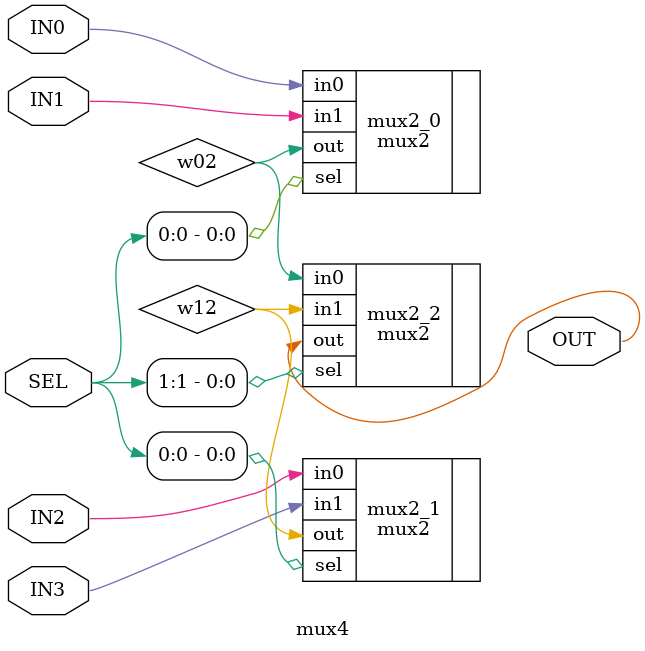
<source format=sv>
`timescale 1ns / 1ps


module mux4(
    input logic IN0, IN1, IN2, IN3,
    input logic [1:0] SEL,
    output logic OUT
    );
    
    logic w02, w12;
    
    mux2 mux2_0(.in0(IN0),
               .in1(IN1),
               .sel(SEL[0]),
               .out(w02));
    mux2 mux2_1(.in0(IN2),
               .in1(IN3),
               .sel(SEL[0]),
               .out(w12));
    mux2 mux2_2(.in0(w02),
               .in1(w12),
               .sel(SEL[1]),
               .out(OUT));
    
endmodule

</source>
